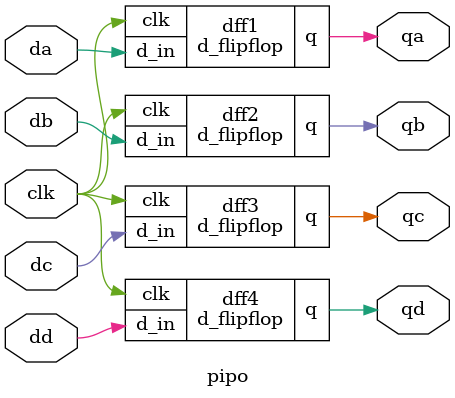
<source format=v>
module mux_2to1(out, d0, d1, sel);
input d0,d1, sel;
output out;
assign out = sel ? d1 : d0;
endmodule 
/////////////////////Design of d_flipflop//////////////////////////////////
module d_flipflop(q, d_in, clk);
input clk, d_in;
output reg q;
always @(posedge clk)
begin
 q <= d_in;
end
endmodule
///////////////////Design of piso/////////////////////////////////
module piso(q3, d0, d1, d2, d3, clk, sh_lo);
input d0, d1, d2, d3, clk, sh_lo;
output q3;
wire q0, q1, q2, m1, m2, m3;
d_flipflop dff1(q0, d0, clk);
mux_2to1 mx1(m1, d1, q0, sh_lo);
d_flipflop dff2(q1, m1, clk);
mux_2to1 mx2(m2, d2, q1, sh_lo);
d_flipflop dff3(q2, m2, clk);
mux_2to1 mx3(m3, d3, q2, sh_lo);
d_flipflop dff4(q3, m3, clk);
endmodule
///////////////////Desgin of pipo///////////////////////////////
`timescale 1ns / 1ps
module pipo(qa, qb, qc, qd, da, db, dc, dd, clk);
output qa, qb,qc,qd;
input da, db, dc, dd, clk;
d_flipflop dff1(qa, da, clk);
d_flipflop dff2(qb, db, clk);
d_flipflop dff3(qc, dc, clk);
d_flipflop dff4(qd, dd, clk);
endmodule

</source>
